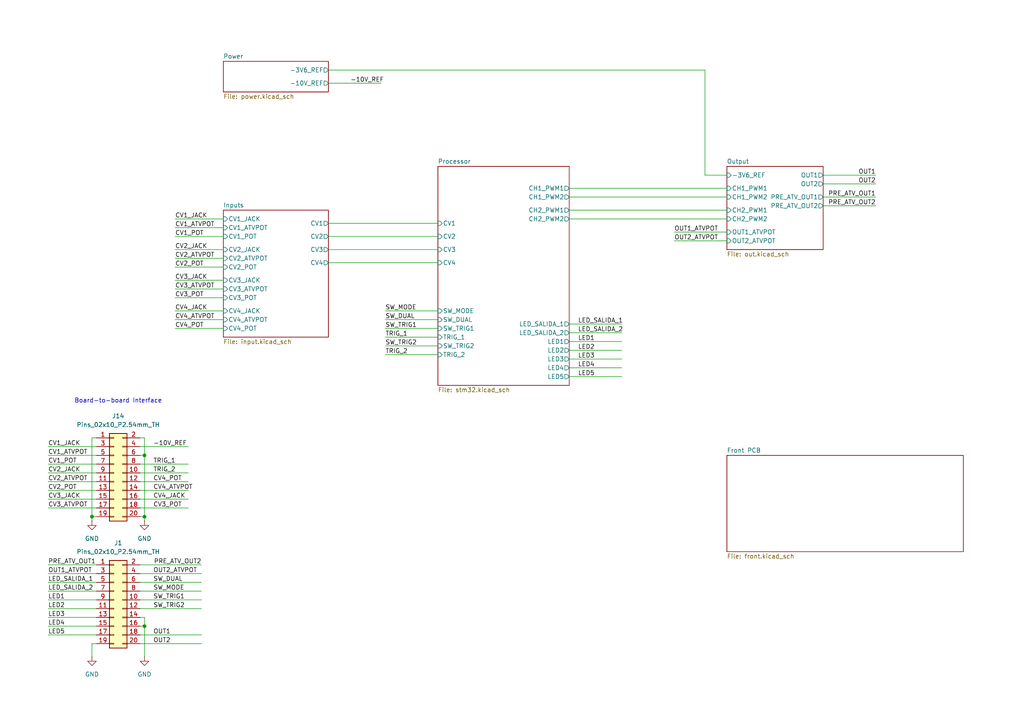
<source format=kicad_sch>
(kicad_sch (version 20231120) (generator "eeschema") (generator_version "8.0")
  (paper "A4")
  (title_block (title "Main") (date "2024-09-14") (rev "v0.1") (company "Sluisbrinkie"))
  (lib_symbols
    (symbol "PCM_4ms_Connector:Pins_02x10_P1.27mm_TH" (pin_names (offset 1.016) hide)
      (property "Reference" "J" (at 0 13.97 0))
      (property "Value" "Pins_02x10_P1.27mm_TH" (at 0 -15.24 0))
      (symbol "Pins_02x10_P1.27mm_TH_1_1"
        (rectangle (start -2.54 -11.303) (end -1.27 -11.557))
        (rectangle (start -2.54 -8.763) (end -1.27 -9.017))
        (rectangle (start -2.54 -6.223) (end -1.27 -6.477))
        (rectangle (start -2.54 -3.683) (end -1.27 -3.937))
        (rectangle (start -2.54 -1.143) (end -1.27 -1.397))
        (rectangle (start -2.54 1.397) (end -1.27 1.143))
        (rectangle (start -2.54 3.937) (end -1.27 3.683))
        (rectangle (start -2.54 6.477) (end -1.27 6.223))
        (rectangle (start -2.54 9.017) (end -1.27 8.763))
        (rectangle (start -2.54 11.557) (end -1.27 11.303))
        (rectangle (start -2.54 12.7) (end 2.54 -12.7) (stroke (width 0.254)) (fill (type background)))
        (rectangle (start 1.27 -11.303) (end 2.54 -11.557))
        (rectangle (start 1.27 -8.763) (end 2.54 -9.017))
        (rectangle (start 1.27 -6.223) (end 2.54 -6.477))
        (rectangle (start 1.27 -3.683) (end 2.54 -3.937))
        (rectangle (start 1.27 -1.143) (end 2.54 -1.397))
        (rectangle (start 1.27 1.397) (end 2.54 1.143))
        (rectangle (start 1.27 3.937) (end 2.54 3.683))
        (rectangle (start 1.27 6.477) (end 2.54 6.223))
        (rectangle (start 1.27 9.017) (end 2.54 8.763))
        (rectangle (start 1.27 11.557) (end 2.54 11.303))
        (pin passive line (at -6.35 11.43 0) (length 3.81) (name "1") (number "1"))
        (pin passive line (at 6.35 1.27 180) (length 3.81) (name "10") (number "10"))
        (pin passive line (at -6.35 -1.27 0) (length 3.81) (name "11") (number "11"))
        (pin passive line (at 6.35 -1.27 180) (length 3.81) (name "12") (number "12"))
        (pin passive line (at -6.35 -3.81 0) (length 3.81) (name "13") (number "13"))
        (pin passive line (at 6.35 -3.81 180) (length 3.81) (name "14") (number "14"))
        (pin passive line (at -6.35 -6.35 0) (length 3.81) (name "15") (number "15"))
        (pin passive line (at 6.35 -6.35 180) (length 3.81) (name "16") (number "16"))
        (pin passive line (at -6.35 -8.89 0) (length 3.81) (name "17") (number "17"))
        (pin passive line (at 6.35 -8.89 180) (length 3.81) (name "18") (number "18"))
        (pin passive line (at -6.35 -11.43 0) (length 3.81) (name "19") (number "19"))
        (pin passive line (at 6.35 11.43 180) (length 3.81) (name "2") (number "2"))
        (pin passive line (at 6.35 -11.43 180) (length 3.81) (name "20") (number "20"))
        (pin passive line (at -6.35 8.89 0) (length 3.81) (name "3") (number "3"))
        (pin passive line (at 6.35 8.89 180) (length 3.81) (name "4") (number "4"))
        (pin passive line (at -6.35 6.35 0) (length 3.81) (name "5") (number "5"))
        (pin passive line (at 6.35 6.35 180) (length 3.81) (name "6") (number "6"))
        (pin passive line (at -6.35 3.81 0) (length 3.81) (name "7") (number "7"))
        (pin passive line (at 6.35 3.81 180) (length 3.81) (name "8") (number "8"))
        (pin passive line (at -6.35 1.27 0) (length 3.81) (name "9") (number "9"))
      )
    )
    (symbol "power:GND" (power) (pin_numbers hide) (pin_names (offset 0) hide)
      (property "Value" "GND" (at 0 -3.81 0))
      (symbol "GND_0_1"
        (polyline (pts (xy 0 0) (xy 0 -1.27) (xy 1.27 -1.27) (xy 0 -2.54) (xy -1.27 -1.27) (xy 0 -1.27)))
      )
      (symbol "GND_1_1"
        (pin power_in line (at 0 0 270) (length 0) (name "~") (number "1"))
      )
    )
  )
  (junction (at 41.91 132.08))
  (junction (at 26.67 149.86))
  (junction (at 41.91 149.86))
  (junction (at 41.91 181.61))
  (wire (pts (xy 165.1 54.61) (xy 210.82 54.61)))
  (wire (pts (xy 238.76 53.34) (xy 254 53.34)))
  (wire (pts (xy 165.1 101.6) (xy 180.34 101.6)))
  (wire (pts (xy 195.58 69.85) (xy 210.82 69.85)))
  (wire (pts (xy 50.8 92.71) (xy 64.77 92.71)))
  (wire (pts (xy 238.76 50.8) (xy 254 50.8)))
  (wire (pts (xy 26.67 149.86) (xy 26.67 151.13)))
  (wire (pts (xy 111.76 92.71) (xy 127 92.71)))
  (wire (pts (xy 26.67 127) (xy 26.67 149.86)))
  (wire (pts (xy 111.76 100.33) (xy 127 100.33)))
  (wire (pts (xy 165.1 57.15) (xy 210.82 57.15)))
  (wire (pts (xy 111.76 97.79) (xy 127 97.79)))
  (wire (pts (xy 27.94 127) (xy 26.67 127)))
  (wire (pts (xy 95.25 76.2) (xy 127 76.2)))
  (wire (pts (xy 40.64 127) (xy 41.91 127)))
  (wire (pts (xy 50.8 68.58) (xy 64.77 68.58)))
  (wire (pts (xy 165.1 63.5) (xy 210.82 63.5)))
  (wire (pts (xy 41.91 181.61) (xy 41.91 179.07)))
  (wire (pts (xy 40.64 184.15) (xy 58.42 184.15)))
  (wire (pts (xy 13.97 132.08) (xy 27.94 132.08)))
  (wire (pts (xy 40.64 168.91) (xy 58.42 168.91)))
  (wire (pts (xy 95.25 68.58) (xy 127 68.58)))
  (wire (pts (xy 40.64 137.16) (xy 54.61 137.16)))
  (wire (pts (xy 95.25 64.77) (xy 127 64.77)))
  (wire (pts (xy 26.67 186.69) (xy 26.67 190.5)))
  (wire (pts (xy 204.47 20.32) (xy 204.47 50.8)))
  (wire (pts (xy 111.76 102.87) (xy 127 102.87)))
  (wire (pts (xy 40.64 139.7) (xy 54.61 139.7)))
  (wire (pts (xy 40.64 149.86) (xy 41.91 149.86)))
  (wire (pts (xy 165.1 93.98) (xy 180.34 93.98)))
  (wire (pts (xy 165.1 106.68) (xy 180.34 106.68)))
  (wire (pts (xy 40.64 147.32) (xy 54.61 147.32)))
  (wire (pts (xy 13.97 137.16) (xy 27.94 137.16)))
  (wire (pts (xy 165.1 109.22) (xy 180.34 109.22)))
  (wire (pts (xy 195.58 67.31) (xy 210.82 67.31)))
  (wire (pts (xy 165.1 96.52) (xy 180.34 96.52)))
  (wire (pts (xy 40.64 142.24) (xy 54.61 142.24)))
  (wire (pts (xy 50.8 95.25) (xy 64.77 95.25)))
  (wire (pts (xy 13.97 166.37) (xy 27.94 166.37)))
  (wire (pts (xy 40.64 144.78) (xy 54.61 144.78)))
  (wire (pts (xy 40.64 129.54) (xy 54.61 129.54)))
  (wire (pts (xy 13.97 181.61) (xy 27.94 181.61)))
  (wire (pts (xy 40.64 171.45) (xy 58.42 171.45)))
  (wire (pts (xy 40.64 163.83) (xy 58.42 163.83)))
  (wire (pts (xy 13.97 173.99) (xy 27.94 173.99)))
  (wire (pts (xy 13.97 179.07) (xy 27.94 179.07)))
  (wire (pts (xy 13.97 163.83) (xy 27.94 163.83)))
  (wire (pts (xy 26.67 186.69) (xy 27.94 186.69)))
  (wire (pts (xy 41.91 151.13) (xy 41.91 149.86)))
  (wire (pts (xy 95.25 72.39) (xy 127 72.39)))
  (wire (pts (xy 13.97 147.32) (xy 27.94 147.32)))
  (wire (pts (xy 238.76 57.15) (xy 254 57.15)))
  (wire (pts (xy 40.64 166.37) (xy 58.42 166.37)))
  (wire (pts (xy 41.91 181.61) (xy 41.91 190.5)))
  (wire (pts (xy 111.76 90.17) (xy 127 90.17)))
  (wire (pts (xy 50.8 63.5) (xy 64.77 63.5)))
  (wire (pts (xy 50.8 77.47) (xy 64.77 77.47)))
  (wire (pts (xy 13.97 184.15) (xy 27.94 184.15)))
  (wire (pts (xy 165.1 104.14) (xy 180.34 104.14)))
  (wire (pts (xy 95.25 20.32) (xy 204.47 20.32)))
  (wire (pts (xy 238.76 59.69) (xy 254 59.69)))
  (wire (pts (xy 41.91 127) (xy 41.91 132.08)))
  (wire (pts (xy 40.64 134.62) (xy 54.61 134.62)))
  (wire (pts (xy 40.64 176.53) (xy 58.42 176.53)))
  (wire (pts (xy 40.64 181.61) (xy 41.91 181.61)))
  (wire (pts (xy 13.97 171.45) (xy 27.94 171.45)))
  (wire (pts (xy 50.8 72.39) (xy 64.77 72.39)))
  (wire (pts (xy 50.8 66.04) (xy 64.77 66.04)))
  (wire (pts (xy 13.97 144.78) (xy 27.94 144.78)))
  (wire (pts (xy 204.47 50.8) (xy 210.82 50.8)))
  (wire (pts (xy 13.97 168.91) (xy 27.94 168.91)))
  (wire (pts (xy 13.97 139.7) (xy 27.94 139.7)))
  (wire (pts (xy 50.8 83.82) (xy 64.77 83.82)))
  (wire (pts (xy 111.76 95.25) (xy 127 95.25)))
  (wire (pts (xy 165.1 60.96) (xy 210.82 60.96)))
  (wire (pts (xy 13.97 134.62) (xy 27.94 134.62)))
  (wire (pts (xy 40.64 186.69) (xy 58.42 186.69)))
  (wire (pts (xy 50.8 74.93) (xy 64.77 74.93)))
  (wire (pts (xy 13.97 176.53) (xy 27.94 176.53)))
  (wire (pts (xy 50.8 86.36) (xy 64.77 86.36)))
  (wire (pts (xy 41.91 132.08) (xy 40.64 132.08)))
  (wire (pts (xy 40.64 179.07) (xy 41.91 179.07)))
  (wire (pts (xy 50.8 90.17) (xy 64.77 90.17)))
  (wire (pts (xy 50.8 81.28) (xy 64.77 81.28)))
  (wire (pts (xy 26.67 149.86) (xy 27.94 149.86)))
  (wire (pts (xy 40.64 173.99) (xy 58.42 173.99)))
  (wire (pts (xy 13.97 142.24) (xy 27.94 142.24)))
  (wire (pts (xy 13.97 129.54) (xy 27.94 129.54)))
  (wire (pts (xy 95.25 24.13) (xy 110.49 24.13)))
  (wire (pts (xy 165.1 99.06) (xy 180.34 99.06)))
  (wire (pts (xy 41.91 149.86) (xy 41.91 132.08)))
  (text "Board-to-board Interface\n" (at 34.29 116.332 0) (effects (font (size 1.27 1.27) (thickness 0.1588))))
  (label "-10V_REF" (at 44.45 129.54 0))
  (label "SW_DUAL" (at 44.45 168.91 0))
  (label "CV2_JACK" (at 50.8 72.39 0))
  (label "-10V_REF" (at 101.6 24.13 0))
  (label "CV3_ATVPOT" (at 13.97 147.32 0))
  (label "LED1" (at 13.97 173.99 0))
  (label "SW_TRIG1" (at 44.45 173.99 0))
  (label "CV4_JACK" (at 44.45 144.78 0))
  (label "SW_TRIG2" (at 44.45 176.53 0))
  (label "TRIG_1" (at 44.45 134.62 0))
  (label "TRIG_2" (at 111.76 102.87 0))
  (label "SW_MODE" (at 44.45 171.45 0))
  (label "OUT1" (at 254 50.8 180))
  (label "OUT1_ATVPOT" (at 13.97 166.37 0))
  (label "OUT2_ATVPOT" (at 195.58 69.85 0))
  (label "LED_SALIDA_2" (at 167.64 96.52 0))
  (label "CV2_ATVPOT" (at 13.97 139.7 0))
  (label "SW_TRIG1" (at 111.76 95.25 0))
  (label "LED5" (at 13.97 184.15 0))
  (label "LED4" (at 167.64 106.68 0))
  (label "LED_SALIDA_2" (at 13.97 171.45 0))
  (label "TRIG_1" (at 111.76 97.79 0))
  (label "CV3_JACK" (at 50.8 81.28 0))
  (label "LED2" (at 13.97 176.53 0))
  (label "TRIG_2" (at 44.45 137.16 0))
  (label "LED2" (at 167.64 101.6 0))
  (label "PRE_ATV_OUT2" (at 254 59.69 180))
  (label "LED1" (at 167.64 99.06 0))
  (label "CV3_ATVPOT" (at 50.8 83.82 0))
  (label "CV2_ATVPOT" (at 50.8 74.93 0))
  (label "PRE_ATV_OUT1" (at 254 57.15 180))
  (label "CV1_JACK" (at 13.97 129.54 0))
  (label "CV4_ATVPOT" (at 44.45 142.24 0))
  (label "CV3_POT" (at 44.45 147.32 0))
  (label "LED_SALIDA_1" (at 167.64 93.98 0))
  (label "SW_TRIG2" (at 111.76 100.33 0))
  (label "OUT1" (at 44.45 184.15 0))
  (label "OUT2_ATVPOT" (at 44.45 166.37 0))
  (label "CV1_ATVPOT" (at 13.97 132.08 0))
  (label "CV1_ATVPOT" (at 50.8 66.04 0))
  (label "CV4_POT" (at 44.45 139.7 0))
  (label "CV2_POT" (at 50.8 77.47 0))
  (label "CV4_JACK" (at 50.8 90.17 0))
  (label "LED3" (at 13.97 179.07 0))
  (label "CV2_POT" (at 13.97 142.24 0))
  (label "CV1_JACK" (at 50.8 63.5 0))
  (label "OUT2" (at 254 53.34 180))
  (label "LED4" (at 13.97 181.61 0))
  (label "LED5" (at 167.64 109.22 0))
  (label "OUT1_ATVPOT" (at 195.58 67.31 0))
  (label "CV3_POT" (at 50.8 86.36 0))
  (label "LED3" (at 167.64 104.14 0))
  (label "OUT2" (at 44.45 186.69 0))
  (label "SW_MODE" (at 111.76 90.17 0))
  (label "CV4_POT" (at 50.8 95.25 0))
  (label "CV3_JACK" (at 13.97 144.78 0))
  (label "SW_DUAL" (at 111.76 92.71 0))
  (label "PRE_ATV_OUT2" (at 58.42 163.83 180))
  (label "CV1_POT" (at 13.97 134.62 0))
  (label "CV4_ATVPOT" (at 50.8 92.71 0))
  (label "CV1_POT" (at 50.8 68.58 0))
  (label "CV2_JACK" (at 13.97 137.16 0))
  (label "PRE_ATV_OUT1" (at 13.97 163.83 0))
  (label "LED_SALIDA_1" (at 13.97 168.91 0))
  (symbol (lib_id "power:GND") (at 41.91 151.13 0) (unit 1)
    (property "Reference" "#PWR02" (effects (hide yes)))
    (property "Value" "GND" (at 41.91 156.21 0))
    (property "Description" "Power symbol creates a global label with name \"GND\" , ground" (effects (hide yes)))
  )
  (symbol (lib_id "power:GND") (at 41.91 190.5 0) (unit 1)
    (property "Reference" "#PWR03" (effects (hide yes)))
    (property "Value" "GND" (at 41.91 195.58 0))
    (property "Description" "Power symbol creates a global label with name \"GND\" , ground" (effects (hide yes)))
  )
  (symbol (lib_id "power:GND") (at 26.67 190.5 0) (unit 1)
    (property "Reference" "#PWR01" (effects (hide yes)))
    (property "Value" "GND" (at 26.67 195.58 0))
    (property "Description" "Power symbol creates a global label with name \"GND\" , ground" (effects (hide yes)))
  )
  (symbol (lib_id "PCM_4ms_Connector:Pins_02x10_P1.27mm_TH") (at 34.29 175.26 0) (unit 1)
    (property "Reference" "J1" (at 34.29 157.48 0))
    (property "Value" "Pins_02x10_P2.54mm_TH" (at 34.29 160.02 0))
    (property "Footprint" "Connector_PinHeader_2.54mm:PinHeader_2x10_P2.54mm_Vertical" (effects (hide yes)))
    (property "Description" "Header 2x10 Pins, Pitch=2.54mm, Pin Height=3mm, Vertical, TH" (effects (hide yes)))
    (property "Specifications" "Header 2x10 Pins, Pitch=2.54mm, Pin Height=3mm, Vertical, TH" (effects (hide yes)))
  )
  (symbol (lib_id "PCM_4ms_Connector:Pins_02x10_P1.27mm_TH") (at 34.29 138.43 0) (unit 1)
    (property "Reference" "J14" (at 34.29 120.65 0))
    (property "Value" "Pins_02x10_P2.54mm_TH" (at 34.29 123.19 0))
    (property "Footprint" "Connector_PinHeader_2.54mm:PinHeader_2x10_P2.54mm_Vertical" (effects (hide yes)))
    (property "Description" "Header 2x10 Pins, Pitch=2.54mm, Pin Height=3mm, Vertical, TH" (effects (hide yes)))
    (property "Specifications" "Header 2x10 Pins, Pitch=2.54mm, Pin Height=3mm, Vertical, TH" (effects (hide yes)))
  )
  (symbol (lib_id "power:GND") (at 26.67 151.13 0) (unit 1)
    (property "Reference" "#PWR088" (effects (hide yes)))
    (property "Value" "GND" (at 26.67 156.21 0))
    (property "Description" "Power symbol creates a global label with name \"GND\" , ground" (effects (hide yes)))
  )
  (sheet (at 210.82 132.08) (size 68.58 27.94) (stroke (width 0.1524))
    (property "Sheetname" "Front PCB" (at 210.82 131.3684 0) (effects (justify left bottom)))
    (property "Sheetfile" "front.kicad_sch" (at 210.82 160.6046 0) (effects (justify left top)))
  )
  (sheet (at 210.82 48.26) (size 27.94 24.13) (stroke (width 0.1524))
    (property "Sheetname" "Output" (at 210.82 47.5484 0) (effects (justify left bottom)))
    (property "Sheetfile" "out.kicad_sch" (at 210.82 72.9746 0) (effects (justify left top)))
    (pin "-3V6_REF" input (at 210.82 50.8 180))
    (pin "CH2_PWM1" input (at 210.82 60.96 180))
    (pin "CH2_PWM2" input (at 210.82 63.5 180))
    (pin "CH1_PWM1" input (at 210.82 54.61 180))
    (pin "CH1_PWM2" input (at 210.82 57.15 180))
    (pin "OUT2" output (at 238.76 53.34 0))
    (pin "OUT1" output (at 238.76 50.8 0))
    (pin "OUT1_ATVPOT" input (at 210.82 67.31 180))
    (pin "OUT2_ATVPOT" input (at 210.82 69.85 180))
    (pin "PRE_ATV_OUT1" output (at 238.76 57.15 0))
    (pin "PRE_ATV_OUT2" output (at 238.76 59.69 0))
  )
  (sheet (at 127 48.26) (size 38.1 63.5) (stroke (width 0.1524))
    (property "Sheetname" "Processor" (at 127 47.5484 0) (effects (justify left bottom)))
    (property "Sheetfile" "stm32.kicad_sch" (at 127 112.3446 0) (effects (justify left top)))
    (pin "CV2" input (at 127 68.58 180))
    (pin "CV1" input (at 127 64.77 180))
    (pin "LED2" output (at 165.1 101.6 0))
    (pin "LED3" output (at 165.1 104.14 0))
    (pin "LED4" output (at 165.1 106.68 0))
    (pin "CV3" input (at 127 72.39 180))
    (pin "CV4" input (at 127 76.2 180))
    (pin "SW_DUAL" input (at 127 92.71 180))
    (pin "SW_MODE" input (at 127 90.17 180))
    (pin "CH1_PWM2" output (at 165.1 57.15 0))
    (pin "CH1_PWM1" output (at 165.1 54.61 0))
    (pin "CH2_PWM1" output (at 165.1 60.96 0))
    (pin "CH2_PWM2" output (at 165.1 63.5 0))
    (pin "SW_TRIG2" input (at 127 100.33 180))
    (pin "TRIG_2" input (at 127 102.87 180))
    (pin "SW_TRIG1" input (at 127 95.25 180))
    (pin "TRIG_1" input (at 127 97.79 180))
    (pin "LED_SALIDA_1" output (at 165.1 93.98 0))
    (pin "LED_SALIDA_2" output (at 165.1 96.52 0))
    (pin "LED5" output (at 165.1 109.22 0))
    (pin "LED1" output (at 165.1 99.06 0))
  )
  (sheet (at 64.77 60.96) (size 30.48 36.83) (stroke (width 0.1524))
    (property "Sheetname" "Inputs" (at 64.77 60.2484 0) (effects (justify left bottom)))
    (property "Sheetfile" "input.kicad_sch" (at 64.77 98.3746 0) (effects (justify left top)))
    (pin "CV2_JACK" input (at 64.77 72.39 180))
    (pin "CV2_ATVPOT" input (at 64.77 74.93 180))
    (pin "CV2_POT" input (at 64.77 77.47 180))
    (pin "CV2" output (at 95.25 68.58 0))
    (pin "CV1" output (at 95.25 64.77 0))
    (pin "CV1_POT" input (at 64.77 68.58 180))
    (pin "CV1_ATVPOT" input (at 64.77 66.04 180))
    (pin "CV1_JACK" input (at 64.77 63.5 180))
    (pin "CV3" output (at 95.25 72.39 0))
    (pin "CV4_JACK" input (at 64.77 90.17 180))
    (pin "CV4_ATVPOT" input (at 64.77 92.71 180))
    (pin "CV4_POT" input (at 64.77 95.25 180))
    (pin "CV3_POT" input (at 64.77 86.36 180))
    (pin "CV4" output (at 95.25 76.2 0))
    (pin "CV3_ATVPOT" input (at 64.77 83.82 180))
    (pin "CV3_JACK" input (at 64.77 81.28 180))
  )
  (sheet (at 64.77 17.78) (size 30.48 8.89) (stroke (width 0.1524))
    (property "Sheetname" "Power" (at 64.77 17.0684 0) (effects (justify left bottom)))
    (property "Sheetfile" "power.kicad_sch" (at 64.77 27.2546 0) (effects (justify left top)))
    (pin "-3V6_REF" output (at 95.25 20.32 0))
    (pin "-10V_REF" output (at 95.25 24.13 0))
  )
)
</source>
